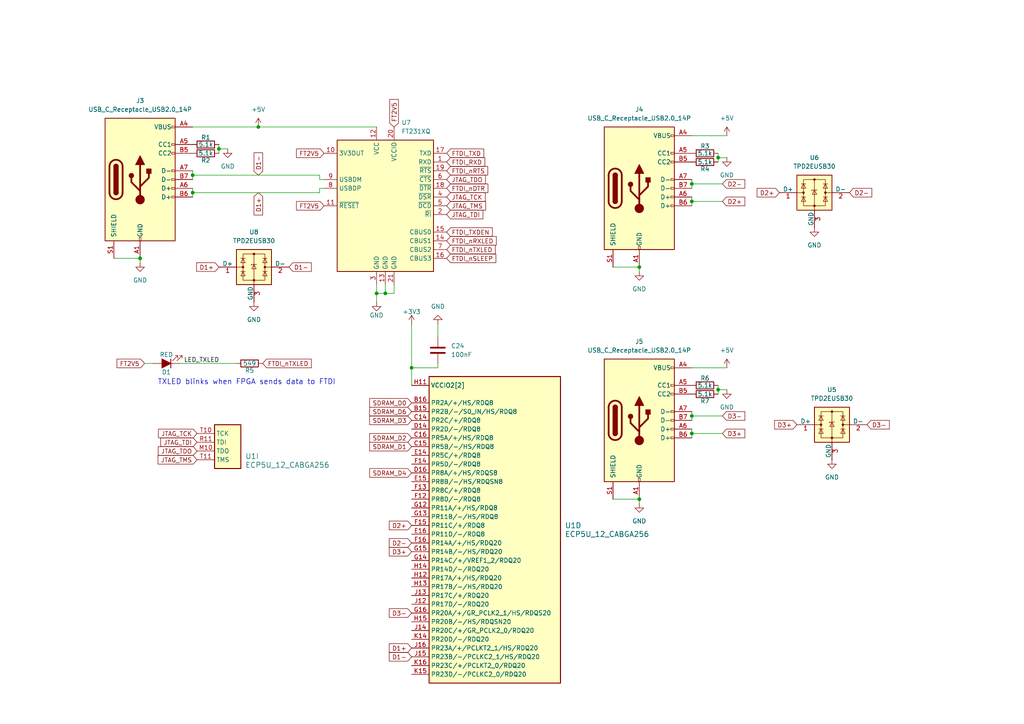
<source format=kicad_sch>
(kicad_sch (version 20250114) (generator "eeschema") (generator_version "9.0")
  (paper "A4")
  (text "TXLED blinks when FPGA sends data to FTDI" (at 45.72 111.76 0) (effects (font (size 1.524 1.524)) (justify left bottom)))
  (junction (at 185.42 144.78))
  (junction (at 74.93 36.83))
  (junction (at 208.28 113.03))
  (junction (at 63.5 43.18))
  (junction (at 200.66 53.34))
  (junction (at 119.38 106.68))
  (junction (at 208.28 45.72))
  (junction (at 111.76 85.09))
  (junction (at 40.64 74.93))
  (junction (at 200.66 125.73))
  (junction (at 200.66 120.65))
  (junction (at 109.22 85.09))
  (junction (at 55.88 55.88))
  (junction (at 55.88 50.8))
  (junction (at 185.42 77.47))
  (junction (at 200.66 58.42))
  (wire (pts (xy 119.38 93.98) (xy 119.38 106.68)))
  (wire (pts (xy 210.82 45.72) (xy 208.28 45.72)))
  (wire (pts (xy 200.66 39.37) (xy 210.82 39.37)))
  (wire (pts (xy 210.82 113.03) (xy 208.28 113.03)))
  (wire (pts (xy 127 106.68) (xy 127 105.41)))
  (wire (pts (xy 92.71 55.88) (xy 92.71 54.61)))
  (wire (pts (xy 109.22 85.09) (xy 109.22 87.63)))
  (wire (pts (xy 92.71 52.07) (xy 92.71 50.8)))
  (wire (pts (xy 200.66 120.65) (xy 209.55 120.65)))
  (wire (pts (xy 200.66 125.73) (xy 209.55 125.73)))
  (wire (pts (xy 200.66 58.42) (xy 209.55 58.42)))
  (wire (pts (xy 200.66 125.73) (xy 200.66 127)))
  (wire (pts (xy 127 93.98) (xy 127 97.79)))
  (wire (pts (xy 208.28 44.45) (xy 208.28 45.72)))
  (wire (pts (xy 208.28 45.72) (xy 208.28 46.99)))
  (wire (pts (xy 200.66 124.46) (xy 200.66 125.73)))
  (wire (pts (xy 208.28 113.03) (xy 208.28 114.3)))
  (wire (pts (xy 200.66 53.34) (xy 209.55 53.34)))
  (wire (pts (xy 55.88 52.07) (xy 55.88 50.8)))
  (wire (pts (xy 200.66 54.61) (xy 200.66 53.34)))
  (wire (pts (xy 111.76 82.55) (xy 111.76 85.09)))
  (wire (pts (xy 55.88 50.8) (xy 92.71 50.8)))
  (wire (pts (xy 41.91 105.41) (xy 44.45 105.41)))
  (wire (pts (xy 40.64 74.93) (xy 33.02 74.93)))
  (wire (pts (xy 185.42 144.78) (xy 177.8 144.78)))
  (wire (pts (xy 208.28 111.76) (xy 208.28 113.03)))
  (wire (pts (xy 93.98 52.07) (xy 92.71 52.07)))
  (wire (pts (xy 109.22 85.09) (xy 111.76 85.09)))
  (wire (pts (xy 185.42 78.74) (xy 185.42 77.47)))
  (wire (pts (xy 74.93 36.83) (xy 109.22 36.83)))
  (wire (pts (xy 66.04 43.18) (xy 63.5 43.18)))
  (wire (pts (xy 55.88 36.83) (xy 74.93 36.83)))
  (wire (pts (xy 200.66 121.92) (xy 200.66 120.65)))
  (wire (pts (xy 119.38 106.68) (xy 119.38 111.76)))
  (wire (pts (xy 63.5 41.91) (xy 63.5 43.18)))
  (wire (pts (xy 200.66 58.42) (xy 200.66 59.69)))
  (wire (pts (xy 55.88 54.61) (xy 55.88 55.88)))
  (wire (pts (xy 185.42 77.47) (xy 177.8 77.47)))
  (wire (pts (xy 55.88 55.88) (xy 92.71 55.88)))
  (wire (pts (xy 55.88 55.88) (xy 55.88 57.15)))
  (wire (pts (xy 111.76 85.09) (xy 114.3 85.09)))
  (wire (pts (xy 200.66 57.15) (xy 200.66 58.42)))
  (wire (pts (xy 200.66 106.68) (xy 210.82 106.68)))
  (wire (pts (xy 114.3 85.09) (xy 114.3 82.55)))
  (wire (pts (xy 119.38 106.68) (xy 127 106.68)))
  (wire (pts (xy 109.22 82.55) (xy 109.22 85.09)))
  (wire (pts (xy 63.5 43.18) (xy 63.5 44.45)))
  (wire (pts (xy 40.64 76.2) (xy 40.64 74.93)))
  (wire (pts (xy 55.88 50.8) (xy 55.88 49.53)))
  (wire (pts (xy 185.42 146.05) (xy 185.42 144.78)))
  (wire (pts (xy 200.66 53.34) (xy 200.66 52.07)))
  (wire (pts (xy 200.66 120.65) (xy 200.66 119.38)))
  (wire (pts (xy 52.07 105.41) (xy 68.58 105.41)))
  (wire (pts (xy 92.71 54.61) (xy 93.98 54.61)))
  (label "LED_TXLED" (at 53.34 105.41 0))
  (global_label "FTDI_RXD" (shape input) (at 129.54 46.99 0) (property "Intersheetrefs" "${INTERSHEET_REFS}" (effects (hide yes))))
  (global_label "FTDI_nTXLED" (shape input) (at 76.2 105.41 0) (property "Intersheetrefs" "${INTERSHEET_REFS}" (effects (hide yes))))
  (global_label "D1-" (shape input) (at 83.82 77.47 0) (property "Intersheetrefs" "${INTERSHEET_REFS}" (effects (hide yes))))
  (global_label "JTAG_TDO" (shape input) (at 57.15 130.81 180) (property "Intersheetrefs" "${INTERSHEET_REFS}" (effects (hide yes))))
  (global_label "D2+" (shape input) (at 119.38 152.4 180) (property "Intersheetrefs" "${INTERSHEET_REFS}" (effects (hide yes))))
  (global_label "D3+" (shape input) (at 231.14 123.19 180) (property "Intersheetrefs" "${INTERSHEET_REFS}" (effects (hide yes))))
  (global_label "FT2V5" (shape input) (at 93.98 44.45 180) (property "Intersheetrefs" "${INTERSHEET_REFS}" (effects (hide yes))))
  (global_label "JTAG_TDI" (shape input) (at 57.15 128.27 180) (property "Intersheetrefs" "${INTERSHEET_REFS}" (effects (hide yes))))
  (global_label "JTAG_TMS" (shape input) (at 129.54 59.69 0) (property "Intersheetrefs" "${INTERSHEET_REFS}" (effects (hide yes))))
  (global_label "D2-" (shape input) (at 119.38 157.48 180) (property "Intersheetrefs" "${INTERSHEET_REFS}" (effects (hide yes))))
  (global_label "FTDI_nTXLED" (shape input) (at 129.54 72.39 0) (property "Intersheetrefs" "${INTERSHEET_REFS}" (effects (hide yes))))
  (global_label "SDRAM_D2" (shape input) (at 119.38 127 180) (property "Intersheetrefs" "${INTERSHEET_REFS}" (effects (hide yes))))
  (global_label "FTDI_TXDEN" (shape input) (at 129.54 67.31 0) (property "Intersheetrefs" "${INTERSHEET_REFS}" (effects (hide yes))))
  (global_label "SDRAM_D0" (shape input) (at 119.38 116.84 180) (property "Intersheetrefs" "${INTERSHEET_REFS}" (effects (hide yes))))
  (global_label "D2-" (shape input) (at 246.38 55.88 0) (property "Intersheetrefs" "${INTERSHEET_REFS}" (effects (hide yes))))
  (global_label "D3-" (shape input) (at 251.46 123.19 0) (property "Intersheetrefs" "${INTERSHEET_REFS}" (effects (hide yes))))
  (global_label "D3+" (shape input) (at 209.55 125.73 0) (property "Intersheetrefs" "${INTERSHEET_REFS}" (effects (hide yes))))
  (global_label "FTDI_TXD" (shape input) (at 129.54 44.45 0) (property "Intersheetrefs" "${INTERSHEET_REFS}" (effects (hide yes))))
  (global_label "D2-" (shape input) (at 209.55 53.34 0) (property "Intersheetrefs" "${INTERSHEET_REFS}" (effects (hide yes))))
  (global_label "SDRAM_D1" (shape input) (at 119.38 129.54 180) (property "Intersheetrefs" "${INTERSHEET_REFS}" (effects (hide yes))))
  (global_label "FT2V5" (shape input) (at 114.3 36.83 90) (property "Intersheetrefs" "${INTERSHEET_REFS}" (effects (hide yes))))
  (global_label "SDRAM_D3" (shape input) (at 119.38 121.92 180) (property "Intersheetrefs" "${INTERSHEET_REFS}" (effects (hide yes))))
  (global_label "D2+" (shape input) (at 209.55 58.42 0) (property "Intersheetrefs" "${INTERSHEET_REFS}" (effects (hide yes))))
  (global_label "JTAG_TMS" (shape input) (at 57.15 133.35 180) (property "Intersheetrefs" "${INTERSHEET_REFS}" (effects (hide yes))))
  (global_label "D1-" (shape input) (at 119.38 190.5 180) (property "Intersheetrefs" "${INTERSHEET_REFS}" (effects (hide yes))))
  (global_label "SDRAM_D6" (shape input) (at 119.38 119.38 180) (property "Intersheetrefs" "${INTERSHEET_REFS}" (effects (hide yes))))
  (global_label "FTDI_nRXLED" (shape input) (at 129.54 69.85 0) (property "Intersheetrefs" "${INTERSHEET_REFS}" (effects (hide yes))))
  (global_label "FT2V5" (shape input) (at 41.91 105.41 180) (property "Intersheetrefs" "${INTERSHEET_REFS}" (effects (hide yes))))
  (global_label "D1+" (shape input) (at 74.93 55.88 270) (property "Intersheetrefs" "${INTERSHEET_REFS}" (effects (hide yes))))
  (global_label "JTAG_TDO" (shape input) (at 129.54 52.07 0) (property "Intersheetrefs" "${INTERSHEET_REFS}" (effects (hide yes))))
  (global_label "FTDI_nDTR" (shape input) (at 129.54 54.61 0) (property "Intersheetrefs" "${INTERSHEET_REFS}" (effects (hide yes))))
  (global_label "D3-" (shape input) (at 119.38 177.8 180) (property "Intersheetrefs" "${INTERSHEET_REFS}" (effects (hide yes))))
  (global_label "SDRAM_D4" (shape input) (at 119.38 137.16 180) (property "Intersheetrefs" "${INTERSHEET_REFS}" (effects (hide yes))))
  (global_label "JTAG_TCK" (shape input) (at 129.54 57.15 0) (property "Intersheetrefs" "${INTERSHEET_REFS}" (effects (hide yes))))
  (global_label "FT2V5" (shape input) (at 93.98 59.69 180) (property "Intersheetrefs" "${INTERSHEET_REFS}" (effects (hide yes))))
  (global_label "FTDI_nRTS" (shape input) (at 129.54 49.53 0) (property "Intersheetrefs" "${INTERSHEET_REFS}" (effects (hide yes))))
  (global_label "D1-" (shape input) (at 74.93 50.8 90) (property "Intersheetrefs" "${INTERSHEET_REFS}" (effects (hide yes))))
  (global_label "D3+" (shape input) (at 119.38 160.02 180) (property "Intersheetrefs" "${INTERSHEET_REFS}" (effects (hide yes))))
  (global_label "D2+" (shape input) (at 226.06 55.88 180) (property "Intersheetrefs" "${INTERSHEET_REFS}" (effects (hide yes))))
  (global_label "D1+" (shape input) (at 119.38 187.96 180) (property "Intersheetrefs" "${INTERSHEET_REFS}" (effects (hide yes))))
  (global_label "FTDI_nSLEEP" (shape input) (at 129.54 74.93 0) (property "Intersheetrefs" "${INTERSHEET_REFS}" (effects (hide yes))))
  (global_label "D3-" (shape input) (at 209.55 120.65 0) (property "Intersheetrefs" "${INTERSHEET_REFS}" (effects (hide yes))))
  (global_label "JTAG_TCK" (shape input) (at 57.15 125.73 180) (property "Intersheetrefs" "${INTERSHEET_REFS}" (effects (hide yes))))
  (global_label "D1+" (shape input) (at 63.5 77.47 180) (property "Intersheetrefs" "${INTERSHEET_REFS}" (effects (hide yes))))
  (global_label "JTAG_TDI" (shape input) (at 129.54 62.23 0) (property "Intersheetrefs" "${INTERSHEET_REFS}" (effects (hide yes))))
  (symbol (lib_id "power:GND") (at 109.22 87.63 0) (unit 1)
    (property "Reference" "#PWR041" (effects (hide yes)))
    (property "Value" "GND" (at 109.22 91.44 0))
  )
  (symbol (lib_id "Device:LED_ALT") (at 48.26 105.41 180) (unit 1)
    (property "Reference" "D1" (at 48.26 107.95 0))
    (property "Value" "RED" (at 48.26 102.87 0))
    (property "Footprint" "LED_SMD:LED_0805_2012Metric" (effects (hide yes)))
    (property "Datasheet" "https://optoelectronics.liteon.com/upload/download/DS-22-99-0150/LTST-C170KRKT.pdf" (effects (hide yes)))
  )
  (symbol (lib_id "Device:R") (at 72.39 105.41 270) (unit 1)
    (property "Reference" "R5" (at 72.39 107.442 90))
    (property "Value" "549" (at 72.39 105.41 90))
    (property "Footprint" "Resistor_SMD:R_0603_1608Metric" (effects (hide yes)))
  )
  (symbol (lib_id "Device:R") (at 204.47 46.99 270) (unit 1)
    (property "Reference" "R4" (at 204.47 49.022 90))
    (property "Value" "5.1k" (at 204.47 46.99 90))
    (property "Footprint" "Resistor_SMD:R_0603_1608Metric" (effects (hide yes)))
  )
  (symbol (lib_id "power:GND") (at 210.82 113.03 0) (unit 1)
    (property "Reference" "#PWR043" (effects (hide yes)))
    (property "Value" "GND" (at 210.82 118.11 0))
    (property "Description" "Power symbol creates a global label with name \"GND\" , ground" (effects (hide yes)))
  )
  (symbol (lib_id "josh-ic:ECP5U_12_CABGA256") (at 64.77 129.54 0) (unit 9)
    (property "Reference" "U1" (at 71.12 132.334 0) (effects (font (size 1.524 1.524)) (justify left)))
    (property "Value" "ECP5U_12_CABGA256" (at 71.12 134.874 0) (effects (font (size 1.524 1.524)) (justify left)))
    (property "Footprint" "Package_BGA:BGA-256_14.0x14.0mm_Layout16x16_P0.8mm_Ball0.45mm_Pad0.32mm_NSMD" (effects (hide yes)))
    (property "Datasheet" "https://www.lcsc.com/datasheet/lcsc_datasheet_2411220131_Lattice-LFE5U-25F-6BG256C_C1521614.pdf" (effects (hide yes)))
    (property "LCSC Part" " C1521614" (effects (hide yes)))
  )
  (symbol (lib_id "power:GND") (at 73.66 87.63 0) (unit 1)
    (property "Reference" "#PWR046" (effects (hide yes)))
    (property "Value" "GND" (at 73.66 92.71 0))
    (property "Description" "Power symbol creates a global label with name \"GND\" , ground" (effects (hide yes)))
  )
  (symbol (lib_id "Interface_USB:FT231XQ") (at 111.76 59.69 0) (unit 1)
    (property "Reference" "U7" (at 116.4433 35.56 0) (effects (justify left)))
    (property "Value" "FT231XQ" (at 116.4433 38.1 0) (effects (justify left)))
    (property "Footprint" "Package_DFN_QFN:QFN-20-1EP_4x4mm_P0.5mm_EP2.5x2.5mm" (effects (hide yes)))
    (property "Datasheet" "https://www.ftdichip.com/Support/Documents/DataSheets/ICs/DS_FT231X.pdf" (effects (hide yes)))
    (property "Description" "Full Speed USB to Full Handshake UART, QFN-20" (effects (hide yes)))
  )
  (symbol (lib_id "power:+5V") (at 210.82 39.37 0) (unit 1)
    (property "Reference" "#PWR034" (effects (hide yes)))
    (property "Value" "+5V" (at 210.82 34.29 0))
    (property "Description" "Power symbol creates a global label with name \"+5V\"" (effects (hide yes)))
  )
  (symbol (lib_id "power:GND") (at 236.22 66.04 0) (unit 1)
    (property "Reference" "#PWR045" (effects (hide yes)))
    (property "Value" "GND" (at 236.22 71.12 0))
    (property "Description" "Power symbol creates a global label with name \"GND\" , ground" (effects (hide yes)))
  )
  (symbol (lib_id "Device:R") (at 59.69 44.45 270) (unit 1)
    (property "Reference" "R2" (at 59.69 46.482 90))
    (property "Value" "5.1k" (at 59.69 44.45 90))
    (property "Footprint" "Resistor_SMD:R_0603_1608Metric" (effects (hide yes)))
  )
  (symbol (lib_id "power:GND") (at 40.64 76.2 0) (unit 1)
    (property "Reference" "#PWR039" (effects (hide yes)))
    (property "Value" "GND" (at 40.64 81.28 0))
    (property "Description" "Power symbol creates a global label with name \"GND\" , ground" (effects (hide yes)))
  )
  (symbol (lib_id "power:GND") (at 185.42 146.05 0) (unit 1)
    (property "Reference" "#PWR047" (effects (hide yes)))
    (property "Value" "GND" (at 185.42 151.13 0))
    (property "Description" "Power symbol creates a global label with name \"GND\" , ground" (effects (hide yes)))
  )
  (symbol (lib_id "power:+3V3") (at 119.38 93.98 0) (unit 1)
    (property "Reference" "#PWR059" (effects (hide yes)))
    (property "Value" "+3V3" (at 119.38 90.424 0))
  )
  (symbol (lib_id "power:GND") (at 66.04 43.18 0) (unit 1)
    (property "Reference" "#PWR035" (effects (hide yes)))
    (property "Value" "GND" (at 66.04 48.26 0))
    (property "Description" "Power symbol creates a global label with name \"GND\" , ground" (effects (hide yes)))
  )
  (symbol (lib_id "power:GND") (at 241.3 133.35 0) (unit 1)
    (property "Reference" "#PWR044" (effects (hide yes)))
    (property "Value" "GND" (at 241.3 138.43 0))
    (property "Description" "Power symbol creates a global label with name \"GND\" , ground" (effects (hide yes)))
  )
  (symbol (lib_id "Device:R") (at 204.47 44.45 270) (mirror x) (unit 1)
    (property "Reference" "R3" (at 204.47 42.418 90))
    (property "Value" "5.1k" (at 204.47 44.45 90))
    (property "Footprint" "Resistor_SMD:R_0603_1608Metric" (effects (hide yes)))
  )
  (symbol (lib_id "Device:R") (at 59.69 41.91 270) (mirror x) (unit 1)
    (property "Reference" "R1" (at 59.69 39.878 90))
    (property "Value" "5.1k" (at 59.69 41.91 90))
    (property "Footprint" "Resistor_SMD:R_0603_1608Metric" (effects (hide yes)))
  )
  (symbol (lib_id "power:GND") (at 210.82 45.72 0) (unit 1)
    (property "Reference" "#PWR036" (effects (hide yes)))
    (property "Value" "GND" (at 210.82 50.8 0))
    (property "Description" "Power symbol creates a global label with name \"GND\" , ground" (effects (hide yes)))
  )
  (symbol (lib_id "power:+5V") (at 210.82 106.68 0) (unit 1)
    (property "Reference" "#PWR042" (effects (hide yes)))
    (property "Value" "+5V" (at 210.82 101.6 0))
    (property "Description" "Power symbol creates a global label with name \"+5V\"" (effects (hide yes)))
  )
  (symbol (lib_id "Power_Protection:TPD2EUSB30") (at 236.22 55.88 0) (unit 1)
    (property "Reference" "U6" (at 236.22 45.72 0))
    (property "Value" "TPD2EUSB30" (at 236.22 48.26 0))
    (property "Footprint" "Package_TO_SOT_SMD:Texas_DRT-3" (effects (hide yes)))
    (property "Datasheet" "http://www.ti.com/lit/ds/symlink/tpd2eusb30a.pdf" (effects (hide yes)))
    (property "Description" "2-Channel ESD Protection for Super-Speed USB 3.0 Interface, DRT-3" (effects (hide yes)))
  )
  (symbol (lib_id "Device:R") (at 204.47 114.3 270) (unit 1)
    (property "Reference" "R7" (at 204.47 116.332 90))
    (property "Value" "5.1k" (at 204.47 114.3 90))
    (property "Footprint" "Resistor_SMD:R_0603_1608Metric" (effects (hide yes)))
  )
  (symbol (lib_id "Connector:USB_C_Receptacle_USB2.0_14P") (at 40.64 52.07 0) (unit 1)
    (property "Reference" "J3" (at 40.64 29.21 0))
    (property "Value" "USB_C_Receptacle_USB2.0_14P" (at 40.64 31.75 0))
    (property "Footprint" "Connector_USB:USB_C_Receptacle_Palconn_UTC16-G" (effects (hide yes)))
    (property "Datasheet" "https://www.usb.org/sites/default/files/documents/usb_type-c.zip" (effects (hide yes)))
    (property "Description" "USB 2.0-only 14P Type-C Receptacle connector" (effects (hide yes)))
    (property "LCSC Part" " C2765186" (effects (hide yes)))
  )
  (symbol (lib_id "Device:R") (at 204.47 111.76 270) (mirror x) (unit 1)
    (property "Reference" "R6" (at 204.47 109.728 90))
    (property "Value" "5.1k" (at 204.47 111.76 90))
    (property "Footprint" "Resistor_SMD:R_0603_1608Metric" (effects (hide yes)))
  )
  (symbol (lib_id "Connector:USB_C_Receptacle_USB2.0_14P") (at 185.42 121.92 0) (unit 1)
    (property "Reference" "J5" (at 185.42 99.06 0))
    (property "Value" "USB_C_Receptacle_USB2.0_14P" (at 185.42 101.6 0))
    (property "Footprint" "Connector_USB:USB_C_Receptacle_Palconn_UTC16-G" (effects (hide yes)))
    (property "Datasheet" "https://www.usb.org/sites/default/files/documents/usb_type-c.zip" (effects (hide yes)))
    (property "Description" "USB 2.0-only 14P Type-C Receptacle connector" (effects (hide yes)))
    (property "LCSC Part" " C2765186" (effects (hide yes)))
  )
  (symbol (lib_id "Device:C") (at 127 101.6 0) (unit 1)
    (property "Reference" "C24" (at 130.81 100.3299 0) (effects (justify left)))
    (property "Value" "100nF" (at 130.81 102.8699 0) (effects (justify left)))
    (property "Footprint" "Capacitor_SMD:C_0402_1005Metric" (effects (hide yes)))
    (property "Description" "Unpolarized capacitor" (effects (hide yes)))
  )
  (symbol (lib_id "Power_Protection:TPD2EUSB30") (at 73.66 77.47 0) (unit 1)
    (property "Reference" "U8" (at 73.66 67.31 0))
    (property "Value" "TPD2EUSB30" (at 73.66 69.85 0))
    (property "Footprint" "Package_TO_SOT_SMD:Texas_DRT-3" (effects (hide yes)))
    (property "Datasheet" "http://www.ti.com/lit/ds/symlink/tpd2eusb30a.pdf" (effects (hide yes)))
    (property "Description" "2-Channel ESD Protection for Super-Speed USB 3.0 Interface, DRT-3" (effects (hide yes)))
  )
  (symbol (lib_id "power:+5V") (at 74.93 36.83 0) (unit 1)
    (property "Reference" "#PWR033" (effects (hide yes)))
    (property "Value" "+5V" (at 74.93 31.75 0))
    (property "Description" "Power symbol creates a global label with name \"+5V\"" (effects (hide yes)))
  )
  (symbol (lib_name "ECP5U_12_CABGA256_1") (lib_id "josh-ic:ECP5U_12_CABGA256") (at 140.97 149.86 0) (unit 4)
    (property "Reference" "U1" (at 163.83 152.3999 0) (effects (font (size 1.524 1.524)) (justify left)))
    (property "Value" "ECP5U_12_CABGA256" (at 163.83 154.9399 0) (effects (font (size 1.524 1.524)) (justify left)))
    (property "Footprint" "Package_BGA:BGA-256_14.0x14.0mm_Layout16x16_P0.8mm_Ball0.45mm_Pad0.32mm_NSMD" (effects (hide yes)))
    (property "Datasheet" "https://www.lcsc.com/datasheet/lcsc_datasheet_2411220131_Lattice-LFE5U-25F-6BG256C_C1521614.pdf" (effects (hide yes)))
    (property "LCSC Part" " C1521614" (effects (hide yes)))
  )
  (symbol (lib_id "power:GND") (at 127 93.98 180) (unit 1)
    (property "Reference" "#PWR060" (effects (hide yes)))
    (property "Value" "GND" (at 127 88.9 0))
    (property "Description" "Power symbol creates a global label with name \"GND\" , ground" (effects (hide yes)))
  )
  (symbol (lib_id "Power_Protection:TPD2EUSB30") (at 241.3 123.19 0) (unit 1)
    (property "Reference" "U5" (at 241.3 113.03 0))
    (property "Value" "TPD2EUSB30" (at 241.3 115.57 0))
    (property "Footprint" "Package_TO_SOT_SMD:Texas_DRT-3" (effects (hide yes)))
    (property "Datasheet" "http://www.ti.com/lit/ds/symlink/tpd2eusb30a.pdf" (effects (hide yes)))
    (property "Description" "2-Channel ESD Protection for Super-Speed USB 3.0 Interface, DRT-3" (effects (hide yes)))
  )
  (symbol (lib_id "power:GND") (at 185.42 78.74 0) (unit 1)
    (property "Reference" "#PWR040" (effects (hide yes)))
    (property "Value" "GND" (at 185.42 83.82 0))
    (property "Description" "Power symbol creates a global label with name \"GND\" , ground" (effects (hide yes)))
  )
  (symbol (lib_id "Connector:USB_C_Receptacle_USB2.0_14P") (at 185.42 54.61 0) (unit 1)
    (property "Reference" "J4" (at 185.42 31.75 0))
    (property "Value" "USB_C_Receptacle_USB2.0_14P" (at 185.42 34.29 0))
    (property "Footprint" "Connector_USB:USB_C_Receptacle_Palconn_UTC16-G" (effects (hide yes)))
    (property "Datasheet" "https://www.usb.org/sites/default/files/documents/usb_type-c.zip" (effects (hide yes)))
    (property "Description" "USB 2.0-only 14P Type-C Receptacle connector" (effects (hide yes)))
    (property "LCSC Part" " C2765186" (effects (hide yes)))
  )
)
</source>
